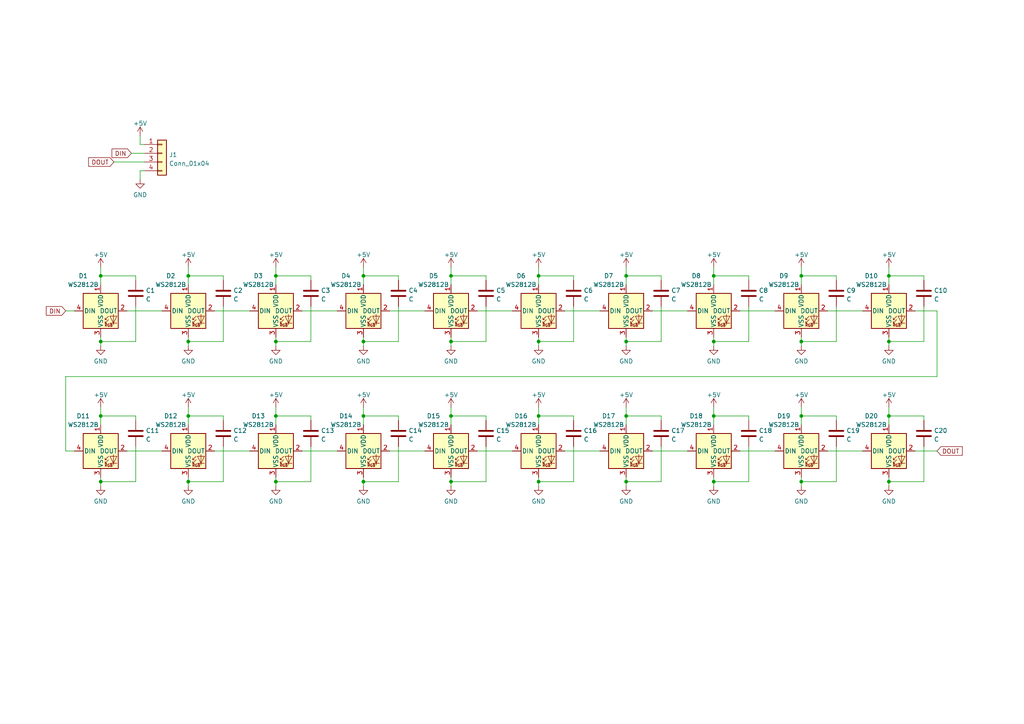
<source format=kicad_sch>
(kicad_sch (version 20211123) (generator eeschema)
  (paper "A4")
  (lib_symbols
    (symbol "Connector_Generic:Conn_01x04" (pin_names (offset 1.016) hide)
      (property "Reference" "J" (at 0 5.08 0))
      (property "Value" "Conn_01x04" (at 0 -7.62 0))
      (symbol "Conn_01x04_1_1"
        (rectangle (start -1.27 -4.953) (end 0 -5.207) (stroke (width 0.1524)))
        (rectangle (start -1.27 -2.413) (end 0 -2.667) (stroke (width 0.1524)))
        (rectangle (start -1.27 0.127) (end 0 -0.127) (stroke (width 0.1524)))
        (rectangle (start -1.27 2.667) (end 0 2.413) (stroke (width 0.1524)))
        (rectangle (start -1.27 3.81) (end 1.27 -6.35) (stroke (width 0.254)) (fill (type background)))
        (pin passive line (at -5.08 2.54 0) (length 3.81) (name "Pin_1") (number "1"))
        (pin passive line (at -5.08 0 0) (length 3.81) (name "Pin_2") (number "2"))
        (pin passive line (at -5.08 -2.54 0) (length 3.81) (name "Pin_3") (number "3"))
        (pin passive line (at -5.08 -5.08 0) (length 3.81) (name "Pin_4") (number "4"))
      )
    )
    (symbol "Device:C" (pin_numbers hide) (pin_names (offset 0.254))
      (property "Reference" "C" (at 0.635 2.54 0))
      (property "Value" "C" (at 0.635 -2.54 0))
      (symbol "C_0_1"
        (polyline (pts (xy -2.032 -0.762) (xy 2.032 -0.762)) (stroke (width 0.508)))
        (polyline (pts (xy -2.032 0.762) (xy 2.032 0.762)) (stroke (width 0.508)))
      )
      (symbol "C_1_1"
        (pin passive line (at 0 3.81 270) (length 2.794) (name "~") (number "1"))
        (pin passive line (at 0 -3.81 90) (length 2.794) (name "~") (number "2"))
      )
    )
    (symbol "LED:WS2812B" (pin_names (offset 0.254))
      (property "Reference" "D" (at 5.08 5.715 0))
      (property "Value" "WS2812B" (at 1.27 -5.715 0))
      (symbol "WS2812B_0_0"
        (text "RGB" (at 2.286 -4.191 0) (effects (font (size 0.762 0.762))))
      )
      (symbol "WS2812B_0_1"
        (polyline (pts (xy 1.27 -3.556) (xy 1.778 -3.556)))
        (polyline (pts (xy 1.27 -2.54) (xy 1.778 -2.54)))
        (polyline (pts (xy 4.699 -3.556) (xy 2.667 -3.556)))
        (polyline (pts (xy 2.286 -2.54) (xy 1.27 -3.556) (xy 1.27 -3.048)))
        (polyline (pts (xy 2.286 -1.524) (xy 1.27 -2.54) (xy 1.27 -2.032)))
        (polyline (pts (xy 3.683 -1.016) (xy 3.683 -3.556) (xy 3.683 -4.064)))
        (polyline (pts (xy 4.699 -1.524) (xy 2.667 -1.524) (xy 3.683 -3.556) (xy 4.699 -1.524)))
        (rectangle (start 5.08 5.08) (end -5.08 -5.08) (stroke (width 0.254)) (fill (type background)))
      )
      (symbol "WS2812B_1_1"
        (pin power_in line (at 0 7.62 270) (length 2.54) (name "VDD") (number "1"))
        (pin output line (at 7.62 0 180) (length 2.54) (name "DOUT") (number "2"))
        (pin power_in line (at 0 -7.62 90) (length 2.54) (name "VSS") (number "3"))
        (pin input line (at -7.62 0 0) (length 2.54) (name "DIN") (number "4"))
      )
    )
    (symbol "power:+5V" (power) (pin_names (offset 0))
      (property "Value" "+5V" (at 0 3.556 0))
      (symbol "+5V_0_1"
        (polyline (pts (xy -0.762 1.27) (xy 0 2.54)))
        (polyline (pts (xy 0 0) (xy 0 2.54)))
        (polyline (pts (xy 0 2.54) (xy 0.762 1.27)))
      )
      (symbol "+5V_1_1"
        (pin power_in line (at 0 0 90) (length 0) hide (name "+5V") (number "1"))
      )
    )
    (symbol "power:GND" (power) (pin_names (offset 0))
      (property "Value" "GND" (at 0 -3.81 0))
      (symbol "GND_0_1"
        (polyline (pts (xy 0 0) (xy 0 -1.27) (xy 1.27 -1.27) (xy 0 -2.54) (xy -1.27 -1.27) (xy 0 -1.27)))
      )
      (symbol "GND_1_1"
        (pin power_in line (at 0 0 270) (length 0) hide (name "GND") (number "1"))
      )
    )
  )
  (junction (at 156.21 120.65))
  (junction (at 54.61 120.65))
  (junction (at 80.01 120.65))
  (junction (at 156.21 139.7))
  (junction (at 181.61 139.7))
  (junction (at 156.21 80.01))
  (junction (at 29.21 80.01))
  (junction (at 181.61 80.01))
  (junction (at 80.01 139.7))
  (junction (at 257.81 120.65))
  (junction (at 257.81 99.06))
  (junction (at 257.81 80.01))
  (junction (at 181.61 99.06))
  (junction (at 105.41 139.7))
  (junction (at 130.81 99.06))
  (junction (at 105.41 99.06))
  (junction (at 207.01 80.01))
  (junction (at 156.21 99.06))
  (junction (at 105.41 120.65))
  (junction (at 207.01 99.06))
  (junction (at 130.81 139.7))
  (junction (at 105.41 80.01))
  (junction (at 232.41 139.7))
  (junction (at 80.01 80.01))
  (junction (at 54.61 139.7))
  (junction (at 130.81 80.01))
  (junction (at 232.41 99.06))
  (junction (at 54.61 99.06))
  (junction (at 54.61 80.01))
  (junction (at 29.21 120.65))
  (junction (at 257.81 139.7))
  (junction (at 232.41 80.01))
  (junction (at 29.21 139.7))
  (junction (at 181.61 120.65))
  (junction (at 207.01 120.65))
  (junction (at 130.81 120.65))
  (junction (at 29.21 99.06))
  (junction (at 80.01 99.06))
  (junction (at 207.01 139.7))
  (junction (at 232.41 120.65))
  (wire (pts (xy 207.01 118.11) (xy 207.01 120.65)))
  (wire (pts (xy 232.41 118.11) (xy 232.41 120.65)))
  (wire (pts (xy 207.01 139.7) (xy 217.17 139.7)))
  (wire (pts (xy 207.01 138.43) (xy 207.01 139.7)))
  (wire (pts (xy 181.61 118.11) (xy 181.61 120.65)))
  (wire (pts (xy 207.01 80.01) (xy 217.17 80.01)))
  (wire (pts (xy 29.21 99.06) (xy 39.37 99.06)))
  (wire (pts (xy 115.57 80.01) (xy 115.57 81.28)))
  (wire (pts (xy 105.41 139.7) (xy 115.57 139.7)))
  (wire (pts (xy 19.05 90.17) (xy 21.59 90.17)))
  (wire (pts (xy 140.97 139.7) (xy 140.97 129.54)))
  (wire (pts (xy 41.91 41.91) (xy 40.64 41.91)))
  (wire (pts (xy 130.81 99.06) (xy 140.97 99.06)))
  (wire (pts (xy 207.01 120.65) (xy 217.17 120.65)))
  (wire (pts (xy 29.21 80.01) (xy 39.37 80.01)))
  (wire (pts (xy 181.61 99.06) (xy 191.77 99.06)))
  (wire (pts (xy 191.77 99.06) (xy 191.77 88.9)))
  (wire (pts (xy 232.41 139.7) (xy 242.57 139.7)))
  (wire (pts (xy 64.77 120.65) (xy 64.77 121.92)))
  (wire (pts (xy 113.03 90.17) (xy 123.19 90.17)))
  (wire (pts (xy 54.61 139.7) (xy 54.61 140.97)))
  (wire (pts (xy 181.61 138.43) (xy 181.61 139.7)))
  (wire (pts (xy 105.41 99.06) (xy 115.57 99.06)))
  (wire (pts (xy 39.37 139.7) (xy 39.37 129.54)))
  (wire (pts (xy 166.37 120.65) (xy 166.37 121.92)))
  (wire (pts (xy 80.01 80.01) (xy 90.17 80.01)))
  (wire (pts (xy 207.01 139.7) (xy 207.01 140.97)))
  (wire (pts (xy 19.05 109.22) (xy 271.78 109.22)))
  (wire (pts (xy 232.41 80.01) (xy 242.57 80.01)))
  (wire (pts (xy 240.03 130.81) (xy 250.19 130.81)))
  (wire (pts (xy 80.01 97.79) (xy 80.01 99.06)))
  (wire (pts (xy 115.57 120.65) (xy 115.57 121.92)))
  (wire (pts (xy 29.21 80.01) (xy 29.21 82.55)))
  (wire (pts (xy 214.63 90.17) (xy 224.79 90.17)))
  (wire (pts (xy 105.41 118.11) (xy 105.41 120.65)))
  (wire (pts (xy 29.21 77.47) (xy 29.21 80.01)))
  (wire (pts (xy 80.01 120.65) (xy 80.01 123.19)))
  (wire (pts (xy 232.41 120.65) (xy 232.41 123.19)))
  (wire (pts (xy 54.61 77.47) (xy 54.61 80.01)))
  (wire (pts (xy 29.21 118.11) (xy 29.21 120.65)))
  (wire (pts (xy 191.77 80.01) (xy 191.77 81.28)))
  (wire (pts (xy 90.17 80.01) (xy 90.17 81.28)))
  (wire (pts (xy 62.23 130.81) (xy 72.39 130.81)))
  (wire (pts (xy 36.83 130.81) (xy 46.99 130.81)))
  (wire (pts (xy 156.21 99.06) (xy 166.37 99.06)))
  (wire (pts (xy 163.83 90.17) (xy 173.99 90.17)))
  (wire (pts (xy 140.97 80.01) (xy 140.97 81.28)))
  (wire (pts (xy 257.81 99.06) (xy 257.81 100.33)))
  (wire (pts (xy 105.41 99.06) (xy 105.41 100.33)))
  (wire (pts (xy 181.61 80.01) (xy 181.61 82.55)))
  (wire (pts (xy 40.64 49.53) (xy 40.64 52.07)))
  (wire (pts (xy 54.61 80.01) (xy 64.77 80.01)))
  (wire (pts (xy 115.57 139.7) (xy 115.57 129.54)))
  (wire (pts (xy 156.21 118.11) (xy 156.21 120.65)))
  (wire (pts (xy 64.77 99.06) (xy 64.77 88.9)))
  (wire (pts (xy 130.81 139.7) (xy 130.81 140.97)))
  (wire (pts (xy 19.05 109.22) (xy 19.05 130.81)))
  (wire (pts (xy 140.97 99.06) (xy 140.97 88.9)))
  (wire (pts (xy 242.57 139.7) (xy 242.57 129.54)))
  (wire (pts (xy 271.78 90.17) (xy 265.43 90.17)))
  (wire (pts (xy 113.03 130.81) (xy 123.19 130.81)))
  (wire (pts (xy 105.41 120.65) (xy 105.41 123.19)))
  (wire (pts (xy 39.37 99.06) (xy 39.37 88.9)))
  (wire (pts (xy 207.01 99.06) (xy 207.01 100.33)))
  (wire (pts (xy 257.81 99.06) (xy 267.97 99.06)))
  (wire (pts (xy 267.97 99.06) (xy 267.97 88.9)))
  (wire (pts (xy 242.57 80.01) (xy 242.57 81.28)))
  (wire (pts (xy 140.97 120.65) (xy 140.97 121.92)))
  (wire (pts (xy 64.77 80.01) (xy 64.77 81.28)))
  (wire (pts (xy 36.83 90.17) (xy 46.99 90.17)))
  (wire (pts (xy 87.63 90.17) (xy 97.79 90.17)))
  (wire (pts (xy 115.57 99.06) (xy 115.57 88.9)))
  (wire (pts (xy 207.01 120.65) (xy 207.01 123.19)))
  (wire (pts (xy 166.37 139.7) (xy 166.37 129.54)))
  (wire (pts (xy 207.01 77.47) (xy 207.01 80.01)))
  (wire (pts (xy 217.17 99.06) (xy 217.17 88.9)))
  (wire (pts (xy 217.17 120.65) (xy 217.17 121.92)))
  (wire (pts (xy 181.61 97.79) (xy 181.61 99.06)))
  (wire (pts (xy 105.41 77.47) (xy 105.41 80.01)))
  (wire (pts (xy 130.81 138.43) (xy 130.81 139.7)))
  (wire (pts (xy 257.81 80.01) (xy 257.81 82.55)))
  (wire (pts (xy 130.81 118.11) (xy 130.81 120.65)))
  (wire (pts (xy 156.21 120.65) (xy 156.21 123.19)))
  (wire (pts (xy 191.77 139.7) (xy 191.77 129.54)))
  (wire (pts (xy 105.41 138.43) (xy 105.41 139.7)))
  (wire (pts (xy 166.37 99.06) (xy 166.37 88.9)))
  (wire (pts (xy 217.17 139.7) (xy 217.17 129.54)))
  (wire (pts (xy 267.97 120.65) (xy 267.97 121.92)))
  (wire (pts (xy 39.37 120.65) (xy 39.37 121.92)))
  (wire (pts (xy 64.77 139.7) (xy 64.77 129.54)))
  (wire (pts (xy 19.05 130.81) (xy 21.59 130.81)))
  (wire (pts (xy 54.61 99.06) (xy 54.61 100.33)))
  (wire (pts (xy 41.91 49.53) (xy 40.64 49.53)))
  (wire (pts (xy 232.41 80.01) (xy 232.41 82.55)))
  (wire (pts (xy 80.01 138.43) (xy 80.01 139.7)))
  (wire (pts (xy 80.01 139.7) (xy 90.17 139.7)))
  (wire (pts (xy 130.81 80.01) (xy 140.97 80.01)))
  (wire (pts (xy 38.1 44.45) (xy 41.91 44.45)))
  (wire (pts (xy 257.81 118.11) (xy 257.81 120.65)))
  (wire (pts (xy 189.23 90.17) (xy 199.39 90.17)))
  (wire (pts (xy 90.17 120.65) (xy 90.17 121.92)))
  (wire (pts (xy 181.61 139.7) (xy 191.77 139.7)))
  (wire (pts (xy 105.41 80.01) (xy 105.41 82.55)))
  (wire (pts (xy 156.21 99.06) (xy 156.21 100.33)))
  (wire (pts (xy 130.81 139.7) (xy 140.97 139.7)))
  (wire (pts (xy 54.61 120.65) (xy 54.61 123.19)))
  (wire (pts (xy 257.81 138.43) (xy 257.81 139.7)))
  (wire (pts (xy 257.81 77.47) (xy 257.81 80.01)))
  (wire (pts (xy 207.01 80.01) (xy 207.01 82.55)))
  (wire (pts (xy 54.61 138.43) (xy 54.61 139.7)))
  (wire (pts (xy 54.61 99.06) (xy 64.77 99.06)))
  (wire (pts (xy 257.81 80.01) (xy 267.97 80.01)))
  (wire (pts (xy 181.61 120.65) (xy 191.77 120.65)))
  (wire (pts (xy 54.61 80.01) (xy 54.61 82.55)))
  (wire (pts (xy 105.41 120.65) (xy 115.57 120.65)))
  (wire (pts (xy 156.21 80.01) (xy 156.21 82.55)))
  (wire (pts (xy 181.61 139.7) (xy 181.61 140.97)))
  (wire (pts (xy 156.21 138.43) (xy 156.21 139.7)))
  (wire (pts (xy 105.41 80.01) (xy 115.57 80.01)))
  (wire (pts (xy 54.61 97.79) (xy 54.61 99.06)))
  (wire (pts (xy 189.23 130.81) (xy 199.39 130.81)))
  (wire (pts (xy 80.01 77.47) (xy 80.01 80.01)))
  (wire (pts (xy 62.23 90.17) (xy 72.39 90.17)))
  (wire (pts (xy 242.57 99.06) (xy 242.57 88.9)))
  (wire (pts (xy 29.21 139.7) (xy 39.37 139.7)))
  (wire (pts (xy 39.37 80.01) (xy 39.37 81.28)))
  (wire (pts (xy 232.41 99.06) (xy 232.41 100.33)))
  (wire (pts (xy 232.41 99.06) (xy 242.57 99.06)))
  (wire (pts (xy 181.61 77.47) (xy 181.61 80.01)))
  (wire (pts (xy 130.81 77.47) (xy 130.81 80.01)))
  (wire (pts (xy 181.61 120.65) (xy 181.61 123.19)))
  (wire (pts (xy 265.43 130.81) (xy 271.78 130.81)))
  (wire (pts (xy 90.17 139.7) (xy 90.17 129.54)))
  (wire (pts (xy 232.41 97.79) (xy 232.41 99.06)))
  (wire (pts (xy 80.01 139.7) (xy 80.01 140.97)))
  (wire (pts (xy 271.78 109.22) (xy 271.78 90.17)))
  (wire (pts (xy 166.37 80.01) (xy 166.37 81.28)))
  (wire (pts (xy 257.81 139.7) (xy 257.81 140.97)))
  (wire (pts (xy 80.01 99.06) (xy 90.17 99.06)))
  (wire (pts (xy 242.57 120.65) (xy 242.57 121.92)))
  (wire (pts (xy 163.83 130.81) (xy 173.99 130.81)))
  (wire (pts (xy 156.21 139.7) (xy 166.37 139.7)))
  (wire (pts (xy 130.81 120.65) (xy 130.81 123.19)))
  (wire (pts (xy 267.97 139.7) (xy 267.97 129.54)))
  (wire (pts (xy 29.21 138.43) (xy 29.21 139.7)))
  (wire (pts (xy 232.41 139.7) (xy 232.41 140.97)))
  (wire (pts (xy 257.81 120.65) (xy 257.81 123.19)))
  (wire (pts (xy 156.21 80.01) (xy 166.37 80.01)))
  (wire (pts (xy 29.21 120.65) (xy 29.21 123.19)))
  (wire (pts (xy 130.81 120.65) (xy 140.97 120.65)))
  (wire (pts (xy 29.21 139.7) (xy 29.21 140.97)))
  (wire (pts (xy 232.41 77.47) (xy 232.41 80.01)))
  (wire (pts (xy 217.17 80.01) (xy 217.17 81.28)))
  (wire (pts (xy 138.43 90.17) (xy 148.59 90.17)))
  (wire (pts (xy 54.61 139.7) (xy 64.77 139.7)))
  (wire (pts (xy 29.21 120.65) (xy 39.37 120.65)))
  (wire (pts (xy 29.21 99.06) (xy 29.21 100.33)))
  (wire (pts (xy 181.61 80.01) (xy 191.77 80.01)))
  (wire (pts (xy 257.81 97.79) (xy 257.81 99.06)))
  (wire (pts (xy 80.01 80.01) (xy 80.01 82.55)))
  (wire (pts (xy 54.61 118.11) (xy 54.61 120.65)))
  (wire (pts (xy 138.43 130.81) (xy 148.59 130.81)))
  (wire (pts (xy 232.41 138.43) (xy 232.41 139.7)))
  (wire (pts (xy 156.21 77.47) (xy 156.21 80.01)))
  (wire (pts (xy 80.01 120.65) (xy 90.17 120.65)))
  (wire (pts (xy 33.02 46.99) (xy 41.91 46.99)))
  (wire (pts (xy 130.81 97.79) (xy 130.81 99.06)))
  (wire (pts (xy 257.81 120.65) (xy 267.97 120.65)))
  (wire (pts (xy 232.41 120.65) (xy 242.57 120.65)))
  (wire (pts (xy 240.03 90.17) (xy 250.19 90.17)))
  (wire (pts (xy 130.81 80.01) (xy 130.81 82.55)))
  (wire (pts (xy 156.21 120.65) (xy 166.37 120.65)))
  (wire (pts (xy 191.77 120.65) (xy 191.77 121.92)))
  (wire (pts (xy 105.41 97.79) (xy 105.41 99.06)))
  (wire (pts (xy 207.01 99.06) (xy 217.17 99.06)))
  (wire (pts (xy 267.97 80.01) (xy 267.97 81.28)))
  (wire (pts (xy 130.81 99.06) (xy 130.81 100.33)))
  (wire (pts (xy 156.21 97.79) (xy 156.21 99.06)))
  (wire (pts (xy 105.41 139.7) (xy 105.41 140.97)))
  (wire (pts (xy 40.64 39.37) (xy 40.64 41.91)))
  (wire (pts (xy 80.01 118.11) (xy 80.01 120.65)))
  (wire (pts (xy 181.61 99.06) (xy 181.61 100.33)))
  (wire (pts (xy 29.21 97.79) (xy 29.21 99.06)))
  (wire (pts (xy 87.63 130.81) (xy 97.79 130.81)))
  (wire (pts (xy 80.01 99.06) (xy 80.01 100.33)))
  (wire (pts (xy 214.63 130.81) (xy 224.79 130.81)))
  (wire (pts (xy 54.61 120.65) (xy 64.77 120.65)))
  (wire (pts (xy 156.21 139.7) (xy 156.21 140.97)))
  (wire (pts (xy 207.01 97.79) (xy 207.01 99.06)))
  (wire (pts (xy 90.17 99.06) (xy 90.17 88.9)))
  (wire (pts (xy 257.81 139.7) (xy 267.97 139.7)))
  (global_label "DIN" (shape input) (at 38.1 44.45 180) (property "Intersheet References" "${INTERSHEET_REFS}" (effects hide)))
  (global_label "DIN" (shape input) (at 19.05 90.17 180) (property "Intersheet References" "${INTERSHEET_REFS}" (effects hide)))
  (global_label "DOUT" (shape input) (at 271.78 130.81 0) (property "Intersheet References" "${INTERSHEET_REFS}" (effects hide)))
  (global_label "DOUT" (shape input) (at 33.02 46.99 180) (property "Intersheet References" "${INTERSHEET_REFS}" (effects hide)))
  (symbol (lib_id "Device:C") (at 140.97 125.73 0) (unit 1)
    (property "Reference" "C15" (at 143.891 124.8953 0) (effects (justify left)))
    (property "Value" "C" (at 143.891 127.4322 0) (effects (justify left)))
    (property "Footprint" "Capacitor_SMD:C_0402_1005Metric" (effects hide))
  )
  (symbol (lib_id "Connector_Generic:Conn_01x04") (at 46.99 44.45 0) (unit 1)
    (property "Reference" "J1" (at 49.022 44.8853 0) (effects (justify left)))
    (property "Value" "Conn_01x04" (at 49.022 47.4222 0) (effects (justify left)))
    (property "Footprint" "Connector_PinHeader_1.00mm:PinHeader_1x04_P1.00mm_Horizontal" (effects hide))
  )
  (symbol (lib_id "Device:C") (at 39.37 125.73 0) (unit 1)
    (property "Reference" "C11" (at 42.291 124.8953 0) (effects (justify left)))
    (property "Value" "C" (at 42.291 127.4322 0) (effects (justify left)))
    (property "Footprint" "Capacitor_SMD:C_0402_1005Metric" (effects hide))
  )
  (symbol (lib_id "LED:WS2812B") (at 156.21 130.81 0) (unit 1)
    (property "Reference" "D16" (at 151.13 120.65 0))
    (property "Value" "WS2812B" (at 151.13 123.19 0))
    (property "Footprint" "footprint_lib:XL-0807RGBC-WS2812B" (effects hide))
    (property "Datasheet" "https://cdn-shop.adafruit.com/datasheets/WS2812B.pdf" (effects hide))
  )
  (symbol (lib_id "power:GND") (at 156.21 100.33 0) (unit 1)
    (property "Reference" "#PWR018" (effects hide))
    (property "Value" "GND" (at 156.21 104.7734 0))
  )
  (symbol (lib_id "Device:C") (at 217.17 125.73 0) (unit 1)
    (property "Reference" "C18" (at 220.091 124.8953 0) (effects (justify left)))
    (property "Value" "C" (at 220.091 127.4322 0) (effects (justify left)))
    (property "Footprint" "Capacitor_SMD:C_0402_1005Metric" (effects hide))
  )
  (symbol (lib_id "power:+5V") (at 54.61 118.11 0) (unit 1)
    (property "Reference" "#PWR024" (effects hide))
    (property "Value" "+5V" (at 54.61 114.5342 0))
  )
  (symbol (lib_id "Device:C") (at 90.17 85.09 0) (unit 1)
    (property "Reference" "C3" (at 93.091 84.2553 0) (effects (justify left)))
    (property "Value" "C" (at 93.091 86.7922 0) (effects (justify left)))
    (property "Footprint" "Capacitor_SMD:C_0402_1005Metric" (effects hide))
  )
  (symbol (lib_id "Device:C") (at 115.57 125.73 0) (unit 1)
    (property "Reference" "C14" (at 118.491 124.8953 0) (effects (justify left)))
    (property "Value" "C" (at 118.491 127.4322 0) (effects (justify left)))
    (property "Footprint" "Capacitor_SMD:C_0402_1005Metric" (effects hide))
  )
  (symbol (lib_id "power:+5V") (at 207.01 77.47 0) (unit 1)
    (property "Reference" "#PWR010" (effects hide))
    (property "Value" "+5V" (at 207.01 73.8942 0))
  )
  (symbol (lib_id "power:+5V") (at 257.81 118.11 0) (unit 1)
    (property "Reference" "#PWR032" (effects hide))
    (property "Value" "+5V" (at 257.81 114.5342 0))
  )
  (symbol (lib_id "LED:WS2812B") (at 232.41 130.81 0) (unit 1)
    (property "Reference" "D19" (at 227.33 120.65 0))
    (property "Value" "WS2812B" (at 227.33 123.19 0))
    (property "Footprint" "footprint_lib:XL-0807RGBC-WS2812B" (effects hide))
    (property "Datasheet" "https://cdn-shop.adafruit.com/datasheets/WS2812B.pdf" (effects hide))
  )
  (symbol (lib_id "power:GND") (at 105.41 140.97 0) (unit 1)
    (property "Reference" "#PWR036" (effects hide))
    (property "Value" "GND" (at 105.41 145.4134 0))
  )
  (symbol (lib_id "Device:C") (at 242.57 85.09 0) (unit 1)
    (property "Reference" "C9" (at 245.491 84.2553 0) (effects (justify left)))
    (property "Value" "C" (at 245.491 86.7922 0) (effects (justify left)))
    (property "Footprint" "Capacitor_SMD:C_0402_1005Metric" (effects hide))
  )
  (symbol (lib_id "power:GND") (at 105.41 100.33 0) (unit 1)
    (property "Reference" "#PWR016" (effects hide))
    (property "Value" "GND" (at 105.41 104.7734 0))
  )
  (symbol (lib_id "power:+5V") (at 105.41 118.11 0) (unit 1)
    (property "Reference" "#PWR026" (effects hide))
    (property "Value" "+5V" (at 105.41 114.5342 0))
  )
  (symbol (lib_id "power:GND") (at 80.01 100.33 0) (unit 1)
    (property "Reference" "#PWR015" (effects hide))
    (property "Value" "GND" (at 80.01 104.7734 0))
  )
  (symbol (lib_id "power:+5V") (at 29.21 118.11 0) (unit 1)
    (property "Reference" "#PWR023" (effects hide))
    (property "Value" "+5V" (at 29.21 114.5342 0))
  )
  (symbol (lib_id "LED:WS2812B") (at 257.81 130.81 0) (unit 1)
    (property "Reference" "D20" (at 252.73 120.65 0))
    (property "Value" "WS2812B" (at 252.73 123.19 0))
    (property "Footprint" "footprint_lib:XL-0807RGBC-WS2812B" (effects hide))
    (property "Datasheet" "https://cdn-shop.adafruit.com/datasheets/WS2812B.pdf" (effects hide))
  )
  (symbol (lib_id "LED:WS2812B") (at 29.21 130.81 0) (unit 1)
    (property "Reference" "D11" (at 24.13 120.65 0))
    (property "Value" "WS2812B" (at 24.13 123.19 0))
    (property "Footprint" "footprint_lib:XL-0807RGBC-WS2812B" (effects hide))
    (property "Datasheet" "https://cdn-shop.adafruit.com/datasheets/WS2812B.pdf" (effects hide))
  )
  (symbol (lib_id "Device:C") (at 166.37 125.73 0) (unit 1)
    (property "Reference" "C16" (at 169.291 124.8953 0) (effects (justify left)))
    (property "Value" "C" (at 169.291 127.4322 0) (effects (justify left)))
    (property "Footprint" "Capacitor_SMD:C_0402_1005Metric" (effects hide))
  )
  (symbol (lib_id "LED:WS2812B") (at 181.61 90.17 0) (unit 1)
    (property "Reference" "D7" (at 176.53 80.01 0))
    (property "Value" "WS2812B" (at 176.53 82.55 0))
    (property "Footprint" "footprint_lib:XL-0807RGBC-WS2812B" (effects hide))
    (property "Datasheet" "https://cdn-shop.adafruit.com/datasheets/WS2812B.pdf" (effects hide))
  )
  (symbol (lib_id "power:GND") (at 257.81 100.33 0) (unit 1)
    (property "Reference" "#PWR022" (effects hide))
    (property "Value" "GND" (at 257.81 104.7734 0))
  )
  (symbol (lib_id "power:+5V") (at 232.41 77.47 0) (unit 1)
    (property "Reference" "#PWR011" (effects hide))
    (property "Value" "+5V" (at 232.41 73.8942 0))
  )
  (symbol (lib_id "power:GND") (at 29.21 100.33 0) (unit 1)
    (property "Reference" "#PWR013" (effects hide))
    (property "Value" "GND" (at 29.21 104.7734 0))
  )
  (symbol (lib_id "power:GND") (at 54.61 140.97 0) (unit 1)
    (property "Reference" "#PWR034" (effects hide))
    (property "Value" "GND" (at 54.61 145.4134 0))
  )
  (symbol (lib_id "Device:C") (at 267.97 85.09 0) (unit 1)
    (property "Reference" "C10" (at 270.891 84.2553 0) (effects (justify left)))
    (property "Value" "C" (at 270.891 86.7922 0) (effects (justify left)))
    (property "Footprint" "Capacitor_SMD:C_0402_1005Metric" (effects hide))
  )
  (symbol (lib_id "LED:WS2812B") (at 105.41 130.81 0) (unit 1)
    (property "Reference" "D14" (at 100.33 120.65 0))
    (property "Value" "WS2812B" (at 100.33 123.19 0))
    (property "Footprint" "footprint_lib:XL-0807RGBC-WS2812B" (effects hide))
    (property "Datasheet" "https://cdn-shop.adafruit.com/datasheets/WS2812B.pdf" (effects hide))
  )
  (symbol (lib_id "power:+5V") (at 130.81 118.11 0) (unit 1)
    (property "Reference" "#PWR027" (effects hide))
    (property "Value" "+5V" (at 130.81 114.5342 0))
  )
  (symbol (lib_id "power:+5V") (at 232.41 118.11 0) (unit 1)
    (property "Reference" "#PWR031" (effects hide))
    (property "Value" "+5V" (at 232.41 114.5342 0))
  )
  (symbol (lib_id "power:GND") (at 130.81 140.97 0) (unit 1)
    (property "Reference" "#PWR037" (effects hide))
    (property "Value" "GND" (at 130.81 145.4134 0))
  )
  (symbol (lib_id "LED:WS2812B") (at 232.41 90.17 0) (unit 1)
    (property "Reference" "D9" (at 227.33 80.01 0))
    (property "Value" "WS2812B" (at 227.33 82.55 0))
    (property "Footprint" "footprint_lib:XL-0807RGBC-WS2812B" (effects hide))
    (property "Datasheet" "https://cdn-shop.adafruit.com/datasheets/WS2812B.pdf" (effects hide))
  )
  (symbol (lib_id "power:GND") (at 232.41 100.33 0) (unit 1)
    (property "Reference" "#PWR021" (effects hide))
    (property "Value" "GND" (at 232.41 104.7734 0))
  )
  (symbol (lib_id "Device:C") (at 166.37 85.09 0) (unit 1)
    (property "Reference" "C6" (at 169.291 84.2553 0) (effects (justify left)))
    (property "Value" "C" (at 169.291 86.7922 0) (effects (justify left)))
    (property "Footprint" "Capacitor_SMD:C_0402_1005Metric" (effects hide))
  )
  (symbol (lib_id "power:GND") (at 156.21 140.97 0) (unit 1)
    (property "Reference" "#PWR038" (effects hide))
    (property "Value" "GND" (at 156.21 145.4134 0))
  )
  (symbol (lib_id "power:+5V") (at 130.81 77.47 0) (unit 1)
    (property "Reference" "#PWR07" (effects hide))
    (property "Value" "+5V" (at 130.81 73.8942 0))
  )
  (symbol (lib_id "LED:WS2812B") (at 105.41 90.17 0) (unit 1)
    (property "Reference" "D4" (at 100.33 80.01 0))
    (property "Value" "WS2812B" (at 100.33 82.55 0))
    (property "Footprint" "footprint_lib:XL-0807RGBC-WS2812B" (effects hide))
    (property "Datasheet" "https://cdn-shop.adafruit.com/datasheets/WS2812B.pdf" (effects hide))
  )
  (symbol (lib_id "power:GND") (at 80.01 140.97 0) (unit 1)
    (property "Reference" "#PWR035" (effects hide))
    (property "Value" "GND" (at 80.01 145.4134 0))
  )
  (symbol (lib_id "Device:C") (at 217.17 85.09 0) (unit 1)
    (property "Reference" "C8" (at 220.091 84.2553 0) (effects (justify left)))
    (property "Value" "C" (at 220.091 86.7922 0) (effects (justify left)))
    (property "Footprint" "Capacitor_SMD:C_0402_1005Metric" (effects hide))
  )
  (symbol (lib_id "power:GND") (at 207.01 100.33 0) (unit 1)
    (property "Reference" "#PWR020" (effects hide))
    (property "Value" "GND" (at 207.01 104.7734 0))
  )
  (symbol (lib_id "LED:WS2812B") (at 156.21 90.17 0) (unit 1)
    (property "Reference" "D6" (at 151.13 80.01 0))
    (property "Value" "WS2812B" (at 151.13 82.55 0))
    (property "Footprint" "footprint_lib:XL-0807RGBC-WS2812B" (effects hide))
    (property "Datasheet" "https://cdn-shop.adafruit.com/datasheets/WS2812B.pdf" (effects hide))
  )
  (symbol (lib_id "power:GND") (at 181.61 100.33 0) (unit 1)
    (property "Reference" "#PWR019" (effects hide))
    (property "Value" "GND" (at 181.61 104.7734 0))
  )
  (symbol (lib_id "power:+5V") (at 105.41 77.47 0) (unit 1)
    (property "Reference" "#PWR06" (effects hide))
    (property "Value" "+5V" (at 105.41 73.8942 0))
  )
  (symbol (lib_id "LED:WS2812B") (at 130.81 130.81 0) (unit 1)
    (property "Reference" "D15" (at 125.73 120.65 0))
    (property "Value" "WS2812B" (at 125.73 123.19 0))
    (property "Footprint" "footprint_lib:XL-0807RGBC-WS2812B" (effects hide))
    (property "Datasheet" "https://cdn-shop.adafruit.com/datasheets/WS2812B.pdf" (effects hide))
  )
  (symbol (lib_id "LED:WS2812B") (at 80.01 130.81 0) (unit 1)
    (property "Reference" "D13" (at 74.93 120.65 0))
    (property "Value" "WS2812B" (at 74.93 123.19 0))
    (property "Footprint" "footprint_lib:XL-0807RGBC-WS2812B" (effects hide))
    (property "Datasheet" "https://cdn-shop.adafruit.com/datasheets/WS2812B.pdf" (effects hide))
  )
  (symbol (lib_id "power:+5V") (at 257.81 77.47 0) (unit 1)
    (property "Reference" "#PWR012" (effects hide))
    (property "Value" "+5V" (at 257.81 73.8942 0))
  )
  (symbol (lib_id "power:+5V") (at 80.01 118.11 0) (unit 1)
    (property "Reference" "#PWR025" (effects hide))
    (property "Value" "+5V" (at 80.01 114.5342 0))
  )
  (symbol (lib_id "Device:C") (at 64.77 125.73 0) (unit 1)
    (property "Reference" "C12" (at 67.691 124.8953 0) (effects (justify left)))
    (property "Value" "C" (at 67.691 127.4322 0) (effects (justify left)))
    (property "Footprint" "Capacitor_SMD:C_0402_1005Metric" (effects hide))
  )
  (symbol (lib_id "power:+5V") (at 207.01 118.11 0) (unit 1)
    (property "Reference" "#PWR030" (effects hide))
    (property "Value" "+5V" (at 207.01 114.5342 0))
  )
  (symbol (lib_id "LED:WS2812B") (at 54.61 130.81 0) (unit 1)
    (property "Reference" "D12" (at 49.53 120.65 0))
    (property "Value" "WS2812B" (at 49.53 123.19 0))
    (property "Footprint" "footprint_lib:XL-0807RGBC-WS2812B" (effects hide))
    (property "Datasheet" "https://cdn-shop.adafruit.com/datasheets/WS2812B.pdf" (effects hide))
  )
  (symbol (lib_id "Device:C") (at 115.57 85.09 0) (unit 1)
    (property "Reference" "C4" (at 118.491 84.2553 0) (effects (justify left)))
    (property "Value" "C" (at 118.491 86.7922 0) (effects (justify left)))
    (property "Footprint" "Capacitor_SMD:C_0402_1005Metric" (effects hide))
  )
  (symbol (lib_id "power:+5V") (at 54.61 77.47 0) (unit 1)
    (property "Reference" "#PWR04" (effects hide))
    (property "Value" "+5V" (at 54.61 73.8942 0))
  )
  (symbol (lib_id "power:+5V") (at 156.21 118.11 0) (unit 1)
    (property "Reference" "#PWR028" (effects hide))
    (property "Value" "+5V" (at 156.21 114.5342 0))
  )
  (symbol (lib_id "LED:WS2812B") (at 207.01 130.81 0) (unit 1)
    (property "Reference" "D18" (at 201.93 120.65 0))
    (property "Value" "WS2812B" (at 201.93 123.19 0))
    (property "Footprint" "footprint_lib:XL-0807RGBC-WS2812B" (effects hide))
    (property "Datasheet" "https://cdn-shop.adafruit.com/datasheets/WS2812B.pdf" (effects hide))
  )
  (symbol (lib_id "power:+5V") (at 40.64 39.37 0) (unit 1)
    (property "Reference" "#PWR01" (effects hide))
    (property "Value" "+5V" (at 40.64 35.7942 0))
  )
  (symbol (lib_id "Device:C") (at 191.77 125.73 0) (unit 1)
    (property "Reference" "C17" (at 194.691 124.8953 0) (effects (justify left)))
    (property "Value" "C" (at 194.691 127.4322 0) (effects (justify left)))
    (property "Footprint" "Capacitor_SMD:C_0402_1005Metric" (effects hide))
  )
  (symbol (lib_id "power:GND") (at 40.64 52.07 0) (unit 1)
    (property "Reference" "#PWR02" (effects hide))
    (property "Value" "GND" (at 40.64 56.5134 0))
  )
  (symbol (lib_id "Device:C") (at 242.57 125.73 0) (unit 1)
    (property "Reference" "C19" (at 245.491 124.8953 0) (effects (justify left)))
    (property "Value" "C" (at 245.491 127.4322 0) (effects (justify left)))
    (property "Footprint" "Capacitor_SMD:C_0402_1005Metric" (effects hide))
  )
  (symbol (lib_id "power:GND") (at 232.41 140.97 0) (unit 1)
    (property "Reference" "#PWR041" (effects hide))
    (property "Value" "GND" (at 232.41 145.4134 0))
  )
  (symbol (lib_id "LED:WS2812B") (at 130.81 90.17 0) (unit 1)
    (property "Reference" "D5" (at 125.73 80.01 0))
    (property "Value" "WS2812B" (at 125.73 82.55 0))
    (property "Footprint" "footprint_lib:XL-0807RGBC-WS2812B" (effects hide))
    (property "Datasheet" "https://cdn-shop.adafruit.com/datasheets/WS2812B.pdf" (effects hide))
  )
  (symbol (lib_id "power:GND") (at 29.21 140.97 0) (unit 1)
    (property "Reference" "#PWR033" (effects hide))
    (property "Value" "GND" (at 29.21 145.4134 0))
  )
  (symbol (lib_id "LED:WS2812B") (at 257.81 90.17 0) (unit 1)
    (property "Reference" "D10" (at 252.73 80.01 0))
    (property "Value" "WS2812B" (at 252.73 82.55 0))
    (property "Footprint" "footprint_lib:XL-0807RGBC-WS2812B" (effects hide))
    (property "Datasheet" "https://cdn-shop.adafruit.com/datasheets/WS2812B.pdf" (effects hide))
  )
  (symbol (lib_id "power:+5V") (at 181.61 77.47 0) (unit 1)
    (property "Reference" "#PWR09" (effects hide))
    (property "Value" "+5V" (at 181.61 73.8942 0))
  )
  (symbol (lib_id "power:GND") (at 54.61 100.33 0) (unit 1)
    (property "Reference" "#PWR014" (effects hide))
    (property "Value" "GND" (at 54.61 104.7734 0))
  )
  (symbol (lib_id "Device:C") (at 64.77 85.09 0) (unit 1)
    (property "Reference" "C2" (at 67.691 84.2553 0) (effects (justify left)))
    (property "Value" "C" (at 67.691 86.7922 0) (effects (justify left)))
    (property "Footprint" "Capacitor_SMD:C_0402_1005Metric" (effects hide))
  )
  (symbol (lib_id "power:+5V") (at 29.21 77.47 0) (unit 1)
    (property "Reference" "#PWR03" (effects hide))
    (property "Value" "+5V" (at 29.21 73.8942 0))
  )
  (symbol (lib_id "power:GND") (at 257.81 140.97 0) (unit 1)
    (property "Reference" "#PWR042" (effects hide))
    (property "Value" "GND" (at 257.81 145.4134 0))
  )
  (symbol (lib_id "power:+5V") (at 156.21 77.47 0) (unit 1)
    (property "Reference" "#PWR08" (effects hide))
    (property "Value" "+5V" (at 156.21 73.8942 0))
  )
  (symbol (lib_id "power:+5V") (at 80.01 77.47 0) (unit 1)
    (property "Reference" "#PWR05" (effects hide))
    (property "Value" "+5V" (at 80.01 73.8942 0))
  )
  (symbol (lib_id "LED:WS2812B") (at 80.01 90.17 0) (unit 1)
    (property "Reference" "D3" (at 74.93 80.01 0))
    (property "Value" "WS2812B" (at 74.93 82.55 0))
    (property "Footprint" "footprint_lib:XL-0807RGBC-WS2812B" (effects hide))
    (property "Datasheet" "https://cdn-shop.adafruit.com/datasheets/WS2812B.pdf" (effects hide))
  )
  (symbol (lib_id "Device:C") (at 39.37 85.09 0) (unit 1)
    (property "Reference" "C1" (at 42.291 84.2553 0) (effects (justify left)))
    (property "Value" "C" (at 42.291 86.7922 0) (effects (justify left)))
    (property "Footprint" "Capacitor_SMD:C_0402_1005Metric" (effects hide))
  )
  (symbol (lib_id "LED:WS2812B") (at 207.01 90.17 0) (unit 1)
    (property "Reference" "D8" (at 201.93 80.01 0))
    (property "Value" "WS2812B" (at 201.93 82.55 0))
    (property "Footprint" "footprint_lib:XL-0807RGBC-WS2812B" (effects hide))
    (property "Datasheet" "https://cdn-shop.adafruit.com/datasheets/WS2812B.pdf" (effects hide))
  )
  (symbol (lib_id "LED:WS2812B") (at 181.61 130.81 0) (unit 1)
    (property "Reference" "D17" (at 176.53 120.65 0))
    (property "Value" "WS2812B" (at 176.53 123.19 0))
    (property "Footprint" "footprint_lib:XL-0807RGBC-WS2812B" (effects hide))
    (property "Datasheet" "https://cdn-shop.adafruit.com/datasheets/WS2812B.pdf" (effects hide))
  )
  (symbol (lib_id "Device:C") (at 90.17 125.73 0) (unit 1)
    (property "Reference" "C13" (at 93.091 124.8953 0) (effects (justify left)))
    (property "Value" "C" (at 93.091 127.4322 0) (effects (justify left)))
    (property "Footprint" "Capacitor_SMD:C_0402_1005Metric" (effects hide))
  )
  (symbol (lib_id "power:GND") (at 181.61 140.97 0) (unit 1)
    (property "Reference" "#PWR039" (effects hide))
    (property "Value" "GND" (at 181.61 145.4134 0))
  )
  (symbol (lib_id "power:+5V") (at 181.61 118.11 0) (unit 1)
    (property "Reference" "#PWR029" (effects hide))
    (property "Value" "+5V" (at 181.61 114.5342 0))
  )
  (symbol (lib_id "LED:WS2812B") (at 29.21 90.17 0) (unit 1)
    (property "Reference" "D1" (at 24.13 80.01 0))
    (property "Value" "WS2812B" (at 24.13 82.55 0))
    (property "Footprint" "footprint_lib:XL-0807RGBC-WS2812B" (effects hide))
    (property "Datasheet" "https://cdn-shop.adafruit.com/datasheets/WS2812B.pdf" (effects hide))
  )
  (symbol (lib_id "power:GND") (at 207.01 140.97 0) (unit 1)
    (property "Reference" "#PWR040" (effects hide))
    (property "Value" "GND" (at 207.01 145.4134 0))
  )
  (symbol (lib_id "Device:C") (at 140.97 85.09 0) (unit 1)
    (property "Reference" "C5" (at 143.891 84.2553 0) (effects (justify left)))
    (property "Value" "C" (at 143.891 86.7922 0) (effects (justify left)))
    (property "Footprint" "Capacitor_SMD:C_0402_1005Metric" (effects hide))
  )
  (symbol (lib_id "Device:C") (at 191.77 85.09 0) (unit 1)
    (property "Reference" "C7" (at 194.691 84.2553 0) (effects (justify left)))
    (property "Value" "C" (at 194.691 86.7922 0) (effects (justify left)))
    (property "Footprint" "Capacitor_SMD:C_0402_1005Metric" (effects hide))
  )
  (symbol (lib_id "Device:C") (at 267.97 125.73 0) (unit 1)
    (property "Reference" "C20" (at 270.891 124.8953 0) (effects (justify left)))
    (property "Value" "C" (at 270.891 127.4322 0) (effects (justify left)))
    (property "Footprint" "Capacitor_SMD:C_0402_1005Metric" (effects hide))
  )
  (symbol (lib_id "LED:WS2812B") (at 54.61 90.17 0) (unit 1)
    (property "Reference" "D2" (at 49.53 80.01 0))
    (property "Value" "WS2812B" (at 49.53 82.55 0))
    (property "Footprint" "footprint_lib:XL-0807RGBC-WS2812B" (effects hide))
    (property "Datasheet" "https://cdn-shop.adafruit.com/datasheets/WS2812B.pdf" (effects hide))
  )
  (symbol (lib_id "power:GND") (at 130.81 100.33 0) (unit 1)
    (property "Reference" "#PWR017" (effects hide))
    (property "Value" "GND" (at 130.81 104.7734 0))
  )
)
</source>
